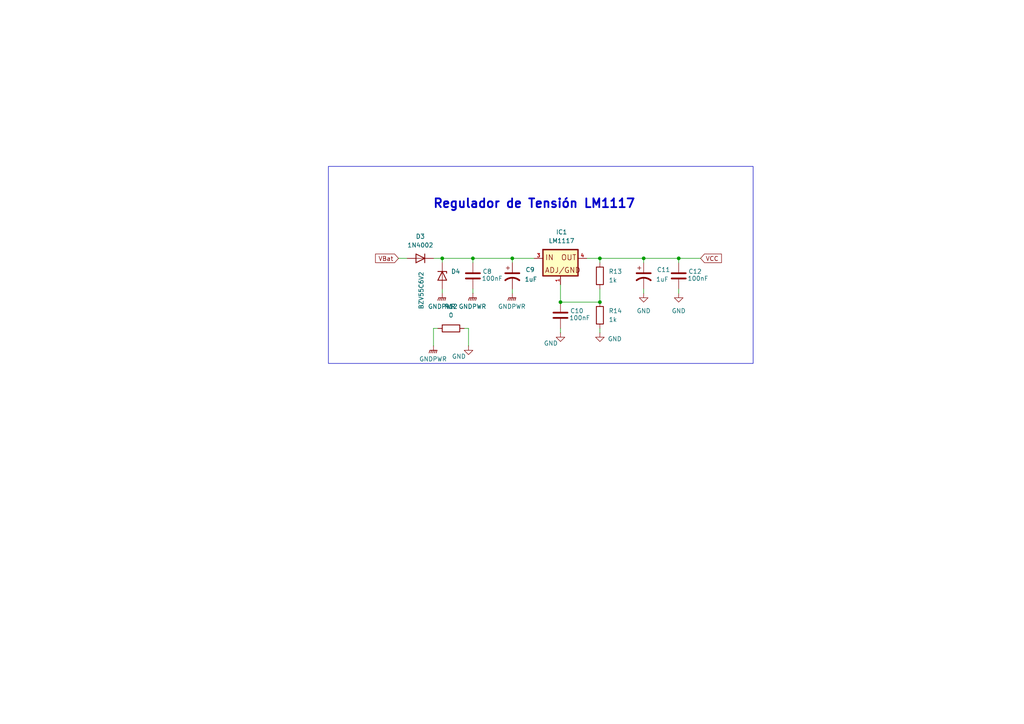
<source format=kicad_sch>
(kicad_sch (version 20250114) (generator "eeschema") (generator_version "9.0")
  (paper "A4")
  (title_block (title "Regulador de tensión") (date "2025-03-31") (company "Universidad de Barcelona") (comment 1 "Argibay Manuel, Yang Alex"))
  (lib_symbols
    (symbol "Device:C" (pin_numbers (hide yes)) (pin_names (offset 0.254))
      (property "Reference" "C" (at 0.635 2.54 0))
      (property "Value" "C" (at 0.635 -2.54 0))
      (symbol "C_0_1"
        (polyline (pts (xy -2.032 0.762) (xy 2.032 0.762)) (stroke (width 0.508)))
        (polyline (pts (xy -2.032 -0.762) (xy 2.032 -0.762)) (stroke (width 0.508)))
      )
      (symbol "C_1_1"
        (pin passive line (at 0 3.81 270) (length 2.794) (name "~") (number "1"))
        (pin passive line (at 0 -3.81 90) (length 2.794) (name "~") (number "2"))
      )
    )
    (symbol "Device:C_Polarized_US" (pin_numbers (hide yes)) (pin_names (offset 0.254) (hide yes))
      (property "Reference" "C" (at 0.635 2.54 0))
      (property "Value" "C_Polarized_US" (at 0.635 -2.54 0))
      (symbol "C_Polarized_US_0_1"
        (polyline (pts (xy -2.032 0.762) (xy 2.032 0.762)) (stroke (width 0.508)))
        (polyline (pts (xy -1.778 2.286) (xy -0.762 2.286)))
        (polyline (pts (xy -1.27 1.778) (xy -1.27 2.794)))
        (arc (start -2.032 -1.27) (mid 0 -0.5572) (end 2.032 -1.27) (stroke (width 0.508)))
      )
      (symbol "C_Polarized_US_1_1"
        (pin passive line (at 0 3.81 270) (length 2.794) (name "~") (number "1"))
        (pin passive line (at 0 -3.81 90) (length 3.302) (name "~") (number "2"))
      )
    )
    (symbol "Device:R" (pin_numbers (hide yes)) (pin_names (offset 0))
      (property "Reference" "R" (at 2.032 0 90))
      (property "Value" "R" (at 0 0 90))
      (symbol "R_0_1"
        (rectangle (start -1.016 -2.54) (end 1.016 2.54) (stroke (width 0.254)))
      )
      (symbol "R_1_1"
        (pin passive line (at 0 3.81 270) (length 1.27) (name "~") (number "1"))
        (pin passive line (at 0 -3.81 90) (length 1.27) (name "~") (number "2"))
      )
    )
    (symbol "Diode:1N4002" (pin_numbers (hide yes)) (pin_names (hide yes))
      (property "Reference" "D" (at 0 2.54 0))
      (property "Value" "1N4002" (at 0 -2.54 0))
      (symbol "1N4002_0_1"
        (polyline (pts (xy -1.27 1.27) (xy -1.27 -1.27)) (stroke (width 0.254)))
        (polyline (pts (xy 1.27 1.27) (xy 1.27 -1.27) (xy -1.27 0) (xy 1.27 1.27)) (stroke (width 0.254)))
        (polyline (pts (xy 1.27 0) (xy -1.27 0)))
      )
      (symbol "1N4002_1_1"
        (pin passive line (at -3.81 0 0) (length 2.54) (name "K") (number "1"))
        (pin passive line (at 3.81 0 180) (length 2.54) (name "A") (number "2"))
      )
    )
    (symbol "Diode:BZV55C6V2" (pin_numbers (hide yes)) (pin_names (hide yes))
      (property "Reference" "D" (at 0 2.54 0))
      (property "Value" "BZV55C6V2" (at 0 -2.54 0))
      (symbol "BZV55C6V2_0_1"
        (polyline (pts (xy -1.27 -1.27) (xy -1.27 1.27) (xy -0.762 1.27)) (stroke (width 0.254)))
        (polyline (pts (xy 1.27 0) (xy -1.27 0)))
        (polyline (pts (xy 1.27 -1.27) (xy 1.27 1.27) (xy -1.27 0) (xy 1.27 -1.27)) (stroke (width 0.254)))
      )
      (symbol "BZV55C6V2_1_1"
        (pin passive line (at -3.81 0 0) (length 2.54) (name "K") (number "1"))
        (pin passive line (at 3.81 0 180) (length 2.54) (name "A") (number "2"))
      )
    )
    (symbol "LM1117:LM1117" (pin_names (offset 1.016))
      (property "Reference" "IC" (at 2.5423 -7.6268 0))
      (property "Value" "LM1117" (at 2.545 -10.1799 0))
      (symbol "LM1117_0_0"
        (rectangle (start -5.08 -5.08) (end 5.08 2.54) (stroke (width 0.4064)) (fill (type background)))
        (text "ADJ/GND" (at -4.577 -4.3227 0) (effects (font (size 1.5257 1.5257)) (justify left bottom)))
        (text "IN" (at -4.4492 -0.6356 0) (effects (font (size 1.5254 1.5254)) (justify left bottom)))
        (text "OUT" (at 0.1273 -0.6363 0) (effects (font (size 1.527 1.527)) (justify left bottom)))
        (pin input line (at -7.62 0 0) (length 2.54) (name "~") (number "3"))
        (pin input line (at 0 -7.62 90) (length 2.54) (name "~") (number "1"))
        (pin passive line (at 7.62 0 180) (length 2.54) (name "~") (number "4"))
      )
    )
    (symbol "power:GND" (power) (pin_numbers (hide yes)) (pin_names (offset 0) (hide yes))
      (property "Value" "GND" (at 0 -3.81 0))
      (symbol "GND_0_1"
        (polyline (pts (xy 0 0) (xy 0 -1.27) (xy 1.27 -1.27) (xy 0 -2.54) (xy -1.27 -1.27) (xy 0 -1.27)))
      )
      (symbol "GND_1_1"
        (pin power_in line (at 0 0 270) (length 0) (name "~") (number "1"))
      )
    )
    (symbol "power:GNDPWR" (power) (pin_numbers (hide yes)) (pin_names (offset 0) (hide yes))
      (property "Value" "GNDPWR" (at 0 -3.302 0))
      (symbol "GNDPWR_0_1"
        (polyline (pts (xy -1.016 -1.27) (xy -1.27 -2.032) (xy -1.27 -2.032)) (stroke (width 0.2032)))
        (polyline (pts (xy -0.508 -1.27) (xy -0.762 -2.032) (xy -0.762 -2.032)) (stroke (width 0.2032)))
        (polyline (pts (xy 0 -1.27) (xy 0 0)))
        (polyline (pts (xy 0 -1.27) (xy -0.254 -2.032) (xy -0.254 -2.032)) (stroke (width 0.2032)))
        (polyline (pts (xy 0.508 -1.27) (xy 0.254 -2.032) (xy 0.254 -2.032)) (stroke (width 0.2032)))
        (polyline (pts (xy 1.016 -1.27) (xy -1.016 -1.27) (xy -1.016 -1.27)) (stroke (width 0.2032)))
        (polyline (pts (xy 1.016 -1.27) (xy 0.762 -2.032) (xy 0.762 -2.032) (xy 0.762 -2.032)) (stroke (width 0.2032)))
      )
      (symbol "GNDPWR_1_1"
        (pin power_in line (at 0 0 270) (length 0) (name "~") (number "1"))
      )
    )
  )
  (rectangle (start 95.25 48.26) (end 218.44 105.41))
  (text "Regulador de Tensión LM1117" (at 154.94 59.182 0) (effects (font (size 2.54 2.54) (thickness 0.508) (bold yes))))
  (junction (at 128.27 74.93))
  (junction (at 162.56 87.63))
  (junction (at 137.16 74.93))
  (junction (at 148.59 74.93))
  (junction (at 196.85 74.93))
  (junction (at 186.69 74.93))
  (junction (at 173.99 87.63))
  (junction (at 173.99 74.93))
  (wire (pts (xy 196.85 83.82) (xy 196.85 85.09)))
  (wire (pts (xy 196.85 74.93) (xy 203.2 74.93)))
  (wire (pts (xy 148.59 83.82) (xy 148.59 85.09)))
  (wire (pts (xy 128.27 74.93) (xy 137.16 74.93)))
  (wire (pts (xy 137.16 83.82) (xy 137.16 85.09)))
  (wire (pts (xy 186.69 74.93) (xy 196.85 74.93)))
  (wire (pts (xy 170.18 74.93) (xy 173.99 74.93)))
  (wire (pts (xy 173.99 83.82) (xy 173.99 87.63)))
  (wire (pts (xy 162.56 96.52) (xy 162.56 95.25)))
  (wire (pts (xy 162.56 82.55) (xy 162.56 87.63)))
  (wire (pts (xy 173.99 95.25) (xy 173.99 96.52)))
  (wire (pts (xy 173.99 74.93) (xy 186.69 74.93)))
  (wire (pts (xy 115.57 74.93) (xy 118.11 74.93)))
  (wire (pts (xy 134.62 95.25) (xy 135.89 95.25)))
  (wire (pts (xy 128.27 83.82) (xy 128.27 85.09)))
  (wire (pts (xy 186.69 83.82) (xy 186.69 85.09)))
  (wire (pts (xy 125.73 74.93) (xy 128.27 74.93)))
  (wire (pts (xy 135.89 95.25) (xy 135.89 100.33)))
  (wire (pts (xy 173.99 74.93) (xy 173.99 76.2)))
  (wire (pts (xy 137.16 74.93) (xy 148.59 74.93)))
  (wire (pts (xy 148.59 74.93) (xy 148.59 76.2)))
  (wire (pts (xy 125.73 95.25) (xy 127 95.25)))
  (wire (pts (xy 128.27 74.93) (xy 128.27 76.2)))
  (wire (pts (xy 162.56 87.63) (xy 173.99 87.63)))
  (wire (pts (xy 148.59 74.93) (xy 154.94 74.93)))
  (wire (pts (xy 137.16 74.93) (xy 137.16 76.2)))
  (wire (pts (xy 125.73 95.25) (xy 125.73 100.33)))
  (wire (pts (xy 186.69 74.93) (xy 186.69 76.2)))
  (wire (pts (xy 196.85 74.93) (xy 196.85 76.2)))
  (global_label "VBat" (shape input) (at 115.57 74.93 180) (property "Intersheetrefs" "${INTERSHEET_REFS}" (effects (hide yes))))
  (global_label "VCC" (shape input) (at 203.2 74.93 0) (property "Intersheetrefs" "${INTERSHEET_REFS}" (effects (hide yes))))
  (symbol (lib_id "power:GND") (at 135.89 100.33 0) (unit 1)
    (property "Reference" "#PWR030" (effects (hide yes)))
    (property "Value" "GND" (at 133.096 103.378 0))
    (property "Description" "Power symbol creates a global label with name \"GND\" , ground" (effects (hide yes)))
  )
  (symbol (lib_id "power:GNDPWR") (at 137.16 85.09 0) (unit 1)
    (property "Reference" "#PWR031" (effects (hide yes)))
    (property "Value" "GNDPWR" (at 137.033 88.9 0))
    (property "Description" "Power symbol creates a global label with name \"GNDPWR\" , global ground" (effects (hide yes)))
  )
  (symbol (lib_id "power:GND") (at 186.69 85.09 0) (unit 1)
    (property "Reference" "#PWR035" (effects (hide yes)))
    (property "Value" "GND" (at 186.69 90.17 0))
    (property "Description" "Power symbol creates a global label with name \"GND\" , ground" (effects (hide yes)))
  )
  (symbol (lib_id "LM1117:LM1117") (at 162.56 74.93 0) (unit 1)
    (property "Reference" "IC1" (at 162.8854 67.31 0))
    (property "Value" "LM1117" (at 162.8854 69.85 0))
    (property "Footprint" "Footprints:LM1117" (effects (hide yes)))
    (property "MF" "Texas Instruments" (effects (hide yes)))
    (property "Description_1" "1A Low Dropout Positive Voltage Regulator" (effects (hide yes)))
    (property "Package" "None" (effects (hide yes)))
    (property "Price" "None" (effects (hide yes)))
    (property "SnapEDA_Link" "https://www.snapeda.com/parts/LM1117/Texas+Instruments/view-part/?ref=snap" (effects (hide yes)))
    (property "MP" "LM1117" (effects (hide yes)))
    (property "Availability" "Not in stock" (effects (hide yes)))
    (property "Check_prices" "https://www.snapeda.com/parts/LM1117/Texas+Instruments/view-part/?ref=eda" (effects (hide yes)))
  )
  (symbol (lib_id "Device:C") (at 137.16 80.01 0) (unit 1)
    (property "Reference" "C8" (at 139.954 78.74 0) (effects (justify left)))
    (property "Value" "100nF" (at 139.7 80.772 0) (effects (justify left)))
    (property "Footprint" "Capacitor_SMD:C_0805_2012Metric" (effects (hide yes)))
    (property "Description" "Unpolarized capacitor" (effects (hide yes)))
  )
  (symbol (lib_id "power:GND") (at 173.99 96.52 0) (unit 1)
    (property "Reference" "#PWR034" (effects (hide yes)))
    (property "Value" "GND" (at 178.308 98.298 0))
    (property "Description" "Power symbol creates a global label with name \"GND\" , ground" (effects (hide yes)))
  )
  (symbol (lib_id "Device:R") (at 130.81 95.25 270) (unit 1)
    (property "Reference" "R12" (at 130.81 88.9 90))
    (property "Value" "0" (at 130.81 91.44 90))
    (property "Footprint" "Resistor_THT:R_Axial_DIN0204_L3.6mm_D1.6mm_P5.08mm_Vertical" (effects (hide yes)))
    (property "Description" "Resistor" (effects (hide yes)))
  )
  (symbol (lib_id "Device:C_Polarized_US") (at 148.59 80.01 0) (unit 1)
    (property "Reference" "C9" (at 152.4 78.232 0) (effects (justify left)))
    (property "Value" "1uF" (at 152.146 81.026 0) (effects (justify left)))
    (property "Footprint" "Capacitor_SMD:C_0805_2012Metric" (effects (hide yes)))
    (property "Description" "Polarized capacitor, US symbol" (effects (hide yes)))
  )
  (symbol (lib_id "power:GNDPWR") (at 128.27 85.09 0) (unit 1)
    (property "Reference" "#PWR029" (effects (hide yes)))
    (property "Value" "GNDPWR" (at 128.143 88.9 0))
    (property "Description" "Power symbol creates a global label with name \"GNDPWR\" , global ground" (effects (hide yes)))
  )
  (symbol (lib_id "power:GND") (at 196.85 85.09 0) (unit 1)
    (property "Reference" "#PWR036" (effects (hide yes)))
    (property "Value" "GND" (at 196.85 90.17 0))
    (property "Description" "Power symbol creates a global label with name \"GND\" , ground" (effects (hide yes)))
  )
  (symbol (lib_id "Device:R") (at 173.99 80.01 180) (unit 1)
    (property "Reference" "R13" (at 176.53 78.7399 0) (effects (justify right)))
    (property "Value" "1k" (at 176.53 81.2799 0) (effects (justify right)))
    (property "Footprint" "Resistor_SMD:R_0805_2012Metric" (effects (hide yes)))
    (property "Description" "Resistor" (effects (hide yes)))
  )
  (symbol (lib_id "power:GNDPWR") (at 148.59 85.09 0) (unit 1)
    (property "Reference" "#PWR032" (effects (hide yes)))
    (property "Value" "GNDPWR" (at 148.463 88.9 0))
    (property "Description" "Power symbol creates a global label with name \"GNDPWR\" , global ground" (effects (hide yes)))
  )
  (symbol (lib_id "Diode:BZV55C6V2") (at 128.27 80.01 270) (unit 1)
    (property "Reference" "D4" (at 130.81 78.7399 90) (effects (justify left)))
    (property "Value" "BZV55C6V2" (at 122.174 78.74 0) (effects (justify left)))
    (property "Footprint" "Diode_SMD:D_MiniMELF" (effects (hide yes)))
    (property "Datasheet" "https://assets.nexperia.com/documents/data-sheet/BZV55_SER.pdf" (effects (hide yes)))
    (property "Description" "6.2V, 500mW, 5%, Zener diode, MiniMELF" (effects (hide yes)))
  )
  (symbol (lib_id "Device:R") (at 173.99 91.44 180) (unit 1)
    (property "Reference" "R14" (at 176.53 90.1699 0) (effects (justify right)))
    (property "Value" "1k" (at 176.53 92.7099 0) (effects (justify right)))
    (property "Footprint" "Resistor_SMD:R_0805_2012Metric" (effects (hide yes)))
    (property "Description" "Resistor" (effects (hide yes)))
  )
  (symbol (lib_id "Device:C") (at 162.56 91.44 0) (unit 1)
    (property "Reference" "C10" (at 165.354 90.17 0) (effects (justify left)))
    (property "Value" "100nF" (at 165.1 92.202 0) (effects (justify left)))
    (property "Footprint" "Capacitor_SMD:C_0805_2012Metric" (effects (hide yes)))
    (property "Description" "Unpolarized capacitor" (effects (hide yes)))
  )
  (symbol (lib_id "power:GNDPWR") (at 125.73 100.33 0) (unit 1)
    (property "Reference" "#PWR028" (effects (hide yes)))
    (property "Value" "GNDPWR" (at 125.603 104.14 0))
    (property "Description" "Power symbol creates a global label with name \"GNDPWR\" , global ground" (effects (hide yes)))
  )
  (symbol (lib_id "power:GND") (at 162.56 96.52 0) (unit 1)
    (property "Reference" "#PWR033" (effects (hide yes)))
    (property "Value" "GND" (at 159.766 99.568 0))
    (property "Description" "Power symbol creates a global label with name \"GND\" , ground" (effects (hide yes)))
  )
  (symbol (lib_id "Device:C") (at 196.85 80.01 0) (unit 1)
    (property "Reference" "C12" (at 199.644 78.74 0) (effects (justify left)))
    (property "Value" "100nF" (at 199.39 80.772 0) (effects (justify left)))
    (property "Footprint" "Capacitor_SMD:C_0805_2012Metric" (effects (hide yes)))
    (property "Description" "Unpolarized capacitor" (effects (hide yes)))
  )
  (symbol (lib_id "Diode:1N4002") (at 121.92 74.93 180) (unit 1)
    (property "Reference" "D3" (at 121.92 68.58 0))
    (property "Value" "1N4002" (at 121.92 71.12 0))
    (property "Footprint" "Diode_THT:D_DO-41_SOD81_P10.16mm_Horizontal" (effects (hide yes)))
    (property "Datasheet" "http://www.vishay.com/docs/88503/1n4001.pdf" (effects (hide yes)))
    (property "Description" "100V 1A General Purpose Rectifier Diode, DO-41" (effects (hide yes)))
    (property "Sim.Device" "D" (effects (hide yes)))
    (property "Sim.Pins" "1=K 2=A" (effects (hide yes)))
  )
  (symbol (lib_id "Device:C_Polarized_US") (at 186.69 80.01 0) (unit 1)
    (property "Reference" "C11" (at 190.5 78.232 0) (effects (justify left)))
    (property "Value" "1uF" (at 190.246 81.026 0) (effects (justify left)))
    (property "Footprint" "Capacitor_SMD:C_0805_2012Metric" (effects (hide yes)))
    (property "Description" "Polarized capacitor, US symbol" (effects (hide yes)))
  )
)
</source>
